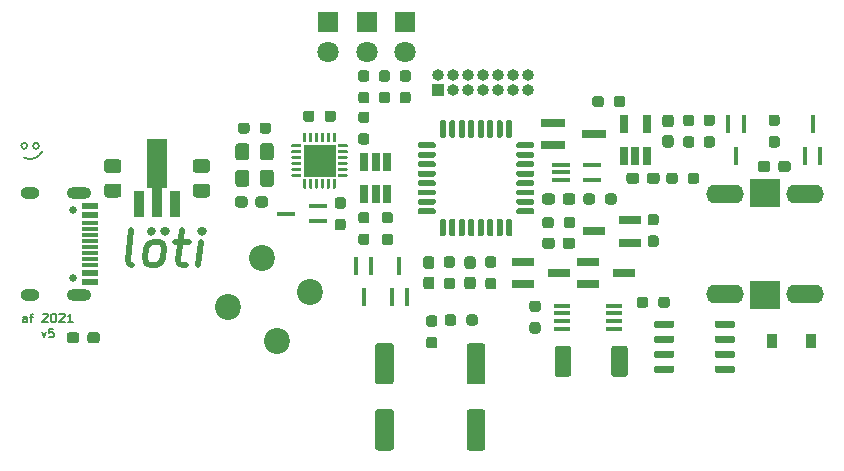
<source format=gts>
G04 #@! TF.GenerationSoftware,KiCad,Pcbnew,(5.1.9)-1*
G04 #@! TF.CreationDate,2021-04-20T09:49:11+02:00*
G04 #@! TF.ProjectId,loeti,6c6f6574-692e-46b6-9963-61645f706362,rev?*
G04 #@! TF.SameCoordinates,Original*
G04 #@! TF.FileFunction,Soldermask,Top*
G04 #@! TF.FilePolarity,Negative*
%FSLAX46Y46*%
G04 Gerber Fmt 4.6, Leading zero omitted, Abs format (unit mm)*
G04 Created by KiCad (PCBNEW (5.1.9)-1) date 2021-04-20 09:49:11*
%MOMM*%
%LPD*%
G01*
G04 APERTURE LIST*
%ADD10C,0.150000*%
%ADD11C,0.500000*%
%ADD12R,1.450000X0.600000*%
%ADD13R,1.450000X0.300000*%
%ADD14O,2.100000X1.000000*%
%ADD15C,0.650000*%
%ADD16O,1.600000X1.000000*%
%ADD17R,2.000000X0.650000*%
%ADD18R,0.450000X1.500000*%
%ADD19C,2.200000*%
%ADD20R,1.900000X0.800000*%
%ADD21O,3.200000X1.600000*%
%ADD22R,2.500000X2.430000*%
%ADD23R,0.650000X1.560000*%
%ADD24C,0.100000*%
%ADD25R,0.900000X2.300000*%
%ADD26R,1.500000X0.450000*%
%ADD27C,1.800000*%
%ADD28R,1.800000X1.800000*%
%ADD29R,1.500000X0.400000*%
%ADD30R,1.450000X0.450000*%
%ADD31R,2.700000X2.700000*%
%ADD32R,1.000000X1.000000*%
%ADD33O,1.000000X1.000000*%
%ADD34R,0.900000X1.200000*%
G04 APERTURE END LIST*
D10*
X56249998Y36500000D02*
G75*
G02*
X54750000Y36000000I-999999J499999D01*
G01*
X56000000Y37000000D02*
G75*
G03*
X56000000Y37000000I-250000J0D01*
G01*
X55000000Y37000000D02*
G75*
G03*
X55000000Y37000000I-250000J0D01*
G01*
D11*
X63874553Y26892857D02*
X63606696Y27035714D01*
X63499553Y27321428D01*
X63820982Y29892857D01*
X65445982Y26892857D02*
X65178125Y27035714D01*
X65053125Y27178571D01*
X64945982Y27464285D01*
X65053125Y28321428D01*
X65231696Y28607142D01*
X65392410Y28750000D01*
X65695982Y28892857D01*
X66124553Y28892857D01*
X66392410Y28750000D01*
X66517410Y28607142D01*
X66624553Y28321428D01*
X66517410Y27464285D01*
X66338839Y27178571D01*
X66178125Y27035714D01*
X65874553Y26892857D01*
X65445982Y26892857D01*
X65535267Y29892857D02*
X65660267Y29750000D01*
X65499553Y29607142D01*
X65374553Y29750000D01*
X65535267Y29892857D01*
X65499553Y29607142D01*
X66678125Y29892857D02*
X66803125Y29750000D01*
X66642410Y29607142D01*
X66517410Y29750000D01*
X66678125Y29892857D01*
X66642410Y29607142D01*
X67553125Y28892857D02*
X68695982Y28892857D01*
X68106696Y29892857D02*
X67785267Y27321428D01*
X67892410Y27035714D01*
X68160267Y26892857D01*
X68445982Y26892857D01*
X69445982Y26892857D02*
X69695982Y28892857D01*
X69820982Y29892857D02*
X69660267Y29750000D01*
X69785267Y29607142D01*
X69945982Y29750000D01*
X69820982Y29892857D01*
X69785267Y29607142D01*
D10*
X54982142Y22048214D02*
X54982142Y22441071D01*
X54946428Y22512500D01*
X54875000Y22548214D01*
X54732142Y22548214D01*
X54660714Y22512500D01*
X54982142Y22083928D02*
X54910714Y22048214D01*
X54732142Y22048214D01*
X54660714Y22083928D01*
X54625000Y22155357D01*
X54625000Y22226785D01*
X54660714Y22298214D01*
X54732142Y22333928D01*
X54910714Y22333928D01*
X54982142Y22369642D01*
X55232142Y22548214D02*
X55517857Y22548214D01*
X55339285Y22048214D02*
X55339285Y22691071D01*
X55375000Y22762500D01*
X55446428Y22798214D01*
X55517857Y22798214D01*
X56303571Y22726785D02*
X56339285Y22762500D01*
X56410714Y22798214D01*
X56589285Y22798214D01*
X56660714Y22762500D01*
X56696428Y22726785D01*
X56732142Y22655357D01*
X56732142Y22583928D01*
X56696428Y22476785D01*
X56267857Y22048214D01*
X56732142Y22048214D01*
X57196428Y22798214D02*
X57267857Y22798214D01*
X57339285Y22762500D01*
X57375000Y22726785D01*
X57410714Y22655357D01*
X57446428Y22512500D01*
X57446428Y22333928D01*
X57410714Y22191071D01*
X57375000Y22119642D01*
X57339285Y22083928D01*
X57267857Y22048214D01*
X57196428Y22048214D01*
X57125000Y22083928D01*
X57089285Y22119642D01*
X57053571Y22191071D01*
X57017857Y22333928D01*
X57017857Y22512500D01*
X57053571Y22655357D01*
X57089285Y22726785D01*
X57125000Y22762500D01*
X57196428Y22798214D01*
X57732142Y22726785D02*
X57767857Y22762500D01*
X57839285Y22798214D01*
X58017857Y22798214D01*
X58089285Y22762500D01*
X58125000Y22726785D01*
X58160714Y22655357D01*
X58160714Y22583928D01*
X58125000Y22476785D01*
X57696428Y22048214D01*
X58160714Y22048214D01*
X58875000Y22048214D02*
X58446428Y22048214D01*
X58660714Y22048214D02*
X58660714Y22798214D01*
X58589285Y22691071D01*
X58517857Y22619642D01*
X58446428Y22583928D01*
X56214285Y21273214D02*
X56392857Y20773214D01*
X56571428Y21273214D01*
X57214285Y21523214D02*
X56857142Y21523214D01*
X56821428Y21166071D01*
X56857142Y21201785D01*
X56928571Y21237500D01*
X57107142Y21237500D01*
X57178571Y21201785D01*
X57214285Y21166071D01*
X57250000Y21094642D01*
X57250000Y20916071D01*
X57214285Y20844642D01*
X57178571Y20808928D01*
X57107142Y20773214D01*
X56928571Y20773214D01*
X56857142Y20808928D01*
X56821428Y20844642D01*
D12*
X60295000Y25430000D03*
X60295000Y26230000D03*
X60295000Y31130000D03*
X60295000Y31930000D03*
X60295000Y31930000D03*
X60295000Y31130000D03*
X60295000Y26230000D03*
X60295000Y25430000D03*
D13*
X60295000Y30430000D03*
X60295000Y29930000D03*
X60295000Y29430000D03*
X60295000Y28430000D03*
X60295000Y27930000D03*
X60295000Y27430000D03*
X60295000Y26930000D03*
X60295000Y28930000D03*
D14*
X59380000Y24360000D03*
X59380000Y33000000D03*
D15*
X58850000Y31570000D03*
D16*
X55200000Y33000000D03*
D15*
X58850000Y25790000D03*
D16*
X55200000Y24360000D03*
D17*
X102960000Y38000000D03*
X99540000Y37050000D03*
X99540000Y38950000D03*
G36*
G01*
X91325000Y22487500D02*
X91325000Y22012500D01*
G75*
G02*
X91087500Y21775000I-237500J0D01*
G01*
X90587500Y21775000D01*
G75*
G02*
X90350000Y22012500I0J237500D01*
G01*
X90350000Y22487500D01*
G75*
G02*
X90587500Y22725000I237500J0D01*
G01*
X91087500Y22725000D01*
G75*
G02*
X91325000Y22487500I0J-237500D01*
G01*
G37*
G36*
G01*
X93150000Y22487500D02*
X93150000Y22012500D01*
G75*
G02*
X92912500Y21775000I-237500J0D01*
G01*
X92412500Y21775000D01*
G75*
G02*
X92175000Y22012500I0J237500D01*
G01*
X92175000Y22487500D01*
G75*
G02*
X92412500Y22725000I237500J0D01*
G01*
X92912500Y22725000D01*
G75*
G02*
X93150000Y22487500I0J-237500D01*
G01*
G37*
G36*
G01*
X89012500Y20825000D02*
X89487500Y20825000D01*
G75*
G02*
X89725000Y20587500I0J-237500D01*
G01*
X89725000Y20087500D01*
G75*
G02*
X89487500Y19850000I-237500J0D01*
G01*
X89012500Y19850000D01*
G75*
G02*
X88775000Y20087500I0J237500D01*
G01*
X88775000Y20587500D01*
G75*
G02*
X89012500Y20825000I237500J0D01*
G01*
G37*
G36*
G01*
X89012500Y22650000D02*
X89487500Y22650000D01*
G75*
G02*
X89725000Y22412500I0J-237500D01*
G01*
X89725000Y21912500D01*
G75*
G02*
X89487500Y21675000I-237500J0D01*
G01*
X89012500Y21675000D01*
G75*
G02*
X88775000Y21912500I0J237500D01*
G01*
X88775000Y22412500D01*
G75*
G02*
X89012500Y22650000I237500J0D01*
G01*
G37*
D18*
X83500000Y24170000D03*
X82850000Y26830000D03*
X84150000Y26830000D03*
X86500000Y26830000D03*
X87150000Y24170000D03*
X85850000Y24170000D03*
D19*
X76113939Y20518179D03*
X72018179Y23386061D03*
X78981821Y24613939D03*
X74886061Y27481821D03*
D20*
X105500000Y26250000D03*
X102500000Y25300000D03*
X102500000Y27200000D03*
D21*
X120870000Y32905000D03*
X114070000Y24455000D03*
X120870000Y24455000D03*
X114070000Y32905000D03*
D22*
X117470000Y32965000D03*
X117470000Y24395000D03*
D20*
X100000000Y26250000D03*
X97000000Y25300000D03*
X97000000Y27200000D03*
X103000000Y29750000D03*
X106000000Y30700000D03*
X106000000Y28800000D03*
D23*
X84500000Y35600000D03*
X83550000Y35600000D03*
X85450000Y35600000D03*
X85450000Y32900000D03*
X84500000Y32900000D03*
X83550000Y32900000D03*
D24*
G36*
X66866500Y37550000D02*
G01*
X66866500Y33425000D01*
X66450000Y33425000D01*
X66450000Y30950000D01*
X65550000Y30950000D01*
X65550000Y33425000D01*
X65133500Y33425000D01*
X65133500Y37550000D01*
X66866500Y37550000D01*
G37*
D25*
X67500000Y32100000D03*
X64500000Y32100000D03*
D18*
X121500000Y38830000D03*
X122150000Y36170000D03*
X120850000Y36170000D03*
X115000000Y36170000D03*
X114350000Y38830000D03*
X115650000Y38830000D03*
D26*
X76920000Y31250000D03*
X79580000Y31900000D03*
X79580000Y30600000D03*
G36*
G01*
X100425000Y30262500D02*
X100425000Y30737500D01*
G75*
G02*
X100662500Y30975000I237500J0D01*
G01*
X101162500Y30975000D01*
G75*
G02*
X101400000Y30737500I0J-237500D01*
G01*
X101400000Y30262500D01*
G75*
G02*
X101162500Y30025000I-237500J0D01*
G01*
X100662500Y30025000D01*
G75*
G02*
X100425000Y30262500I0J237500D01*
G01*
G37*
G36*
G01*
X98600000Y30262500D02*
X98600000Y30737500D01*
G75*
G02*
X98837500Y30975000I237500J0D01*
G01*
X99337500Y30975000D01*
G75*
G02*
X99575000Y30737500I0J-237500D01*
G01*
X99575000Y30262500D01*
G75*
G02*
X99337500Y30025000I-237500J0D01*
G01*
X98837500Y30025000D01*
G75*
G02*
X98600000Y30262500I0J237500D01*
G01*
G37*
G36*
G01*
X100325000Y28512500D02*
X100325000Y28987500D01*
G75*
G02*
X100562500Y29225000I237500J0D01*
G01*
X101162500Y29225000D01*
G75*
G02*
X101400000Y28987500I0J-237500D01*
G01*
X101400000Y28512500D01*
G75*
G02*
X101162500Y28275000I-237500J0D01*
G01*
X100562500Y28275000D01*
G75*
G02*
X100325000Y28512500I0J237500D01*
G01*
G37*
G36*
G01*
X98600000Y28512500D02*
X98600000Y28987500D01*
G75*
G02*
X98837500Y29225000I237500J0D01*
G01*
X99437500Y29225000D01*
G75*
G02*
X99675000Y28987500I0J-237500D01*
G01*
X99675000Y28512500D01*
G75*
G02*
X99437500Y28275000I-237500J0D01*
G01*
X98837500Y28275000D01*
G75*
G02*
X98600000Y28512500I0J237500D01*
G01*
G37*
D27*
X80500000Y44960000D03*
D28*
X80500000Y47500000D03*
D27*
X83750000Y44960000D03*
D28*
X83750000Y47500000D03*
D27*
X87000000Y44960000D03*
D28*
X87000000Y47500000D03*
G36*
G01*
X90325000Y29325000D02*
X90075000Y29325000D01*
G75*
G02*
X89950000Y29450000I0J125000D01*
G01*
X89950000Y30700000D01*
G75*
G02*
X90075000Y30825000I125000J0D01*
G01*
X90325000Y30825000D01*
G75*
G02*
X90450000Y30700000I0J-125000D01*
G01*
X90450000Y29450000D01*
G75*
G02*
X90325000Y29325000I-125000J0D01*
G01*
G37*
G36*
G01*
X91125000Y29325000D02*
X90875000Y29325000D01*
G75*
G02*
X90750000Y29450000I0J125000D01*
G01*
X90750000Y30700000D01*
G75*
G02*
X90875000Y30825000I125000J0D01*
G01*
X91125000Y30825000D01*
G75*
G02*
X91250000Y30700000I0J-125000D01*
G01*
X91250000Y29450000D01*
G75*
G02*
X91125000Y29325000I-125000J0D01*
G01*
G37*
G36*
G01*
X91925000Y29325000D02*
X91675000Y29325000D01*
G75*
G02*
X91550000Y29450000I0J125000D01*
G01*
X91550000Y30700000D01*
G75*
G02*
X91675000Y30825000I125000J0D01*
G01*
X91925000Y30825000D01*
G75*
G02*
X92050000Y30700000I0J-125000D01*
G01*
X92050000Y29450000D01*
G75*
G02*
X91925000Y29325000I-125000J0D01*
G01*
G37*
G36*
G01*
X92725000Y29325000D02*
X92475000Y29325000D01*
G75*
G02*
X92350000Y29450000I0J125000D01*
G01*
X92350000Y30700000D01*
G75*
G02*
X92475000Y30825000I125000J0D01*
G01*
X92725000Y30825000D01*
G75*
G02*
X92850000Y30700000I0J-125000D01*
G01*
X92850000Y29450000D01*
G75*
G02*
X92725000Y29325000I-125000J0D01*
G01*
G37*
G36*
G01*
X93525000Y29325000D02*
X93275000Y29325000D01*
G75*
G02*
X93150000Y29450000I0J125000D01*
G01*
X93150000Y30700000D01*
G75*
G02*
X93275000Y30825000I125000J0D01*
G01*
X93525000Y30825000D01*
G75*
G02*
X93650000Y30700000I0J-125000D01*
G01*
X93650000Y29450000D01*
G75*
G02*
X93525000Y29325000I-125000J0D01*
G01*
G37*
G36*
G01*
X94325000Y29325000D02*
X94075000Y29325000D01*
G75*
G02*
X93950000Y29450000I0J125000D01*
G01*
X93950000Y30700000D01*
G75*
G02*
X94075000Y30825000I125000J0D01*
G01*
X94325000Y30825000D01*
G75*
G02*
X94450000Y30700000I0J-125000D01*
G01*
X94450000Y29450000D01*
G75*
G02*
X94325000Y29325000I-125000J0D01*
G01*
G37*
G36*
G01*
X95125000Y29325000D02*
X94875000Y29325000D01*
G75*
G02*
X94750000Y29450000I0J125000D01*
G01*
X94750000Y30700000D01*
G75*
G02*
X94875000Y30825000I125000J0D01*
G01*
X95125000Y30825000D01*
G75*
G02*
X95250000Y30700000I0J-125000D01*
G01*
X95250000Y29450000D01*
G75*
G02*
X95125000Y29325000I-125000J0D01*
G01*
G37*
G36*
G01*
X95925000Y29325000D02*
X95675000Y29325000D01*
G75*
G02*
X95550000Y29450000I0J125000D01*
G01*
X95550000Y30700000D01*
G75*
G02*
X95675000Y30825000I125000J0D01*
G01*
X95925000Y30825000D01*
G75*
G02*
X96050000Y30700000I0J-125000D01*
G01*
X96050000Y29450000D01*
G75*
G02*
X95925000Y29325000I-125000J0D01*
G01*
G37*
G36*
G01*
X97800000Y31200000D02*
X96550000Y31200000D01*
G75*
G02*
X96425000Y31325000I0J125000D01*
G01*
X96425000Y31575000D01*
G75*
G02*
X96550000Y31700000I125000J0D01*
G01*
X97800000Y31700000D01*
G75*
G02*
X97925000Y31575000I0J-125000D01*
G01*
X97925000Y31325000D01*
G75*
G02*
X97800000Y31200000I-125000J0D01*
G01*
G37*
G36*
G01*
X97800000Y32000000D02*
X96550000Y32000000D01*
G75*
G02*
X96425000Y32125000I0J125000D01*
G01*
X96425000Y32375000D01*
G75*
G02*
X96550000Y32500000I125000J0D01*
G01*
X97800000Y32500000D01*
G75*
G02*
X97925000Y32375000I0J-125000D01*
G01*
X97925000Y32125000D01*
G75*
G02*
X97800000Y32000000I-125000J0D01*
G01*
G37*
G36*
G01*
X97800000Y32800000D02*
X96550000Y32800000D01*
G75*
G02*
X96425000Y32925000I0J125000D01*
G01*
X96425000Y33175000D01*
G75*
G02*
X96550000Y33300000I125000J0D01*
G01*
X97800000Y33300000D01*
G75*
G02*
X97925000Y33175000I0J-125000D01*
G01*
X97925000Y32925000D01*
G75*
G02*
X97800000Y32800000I-125000J0D01*
G01*
G37*
G36*
G01*
X97800000Y33600000D02*
X96550000Y33600000D01*
G75*
G02*
X96425000Y33725000I0J125000D01*
G01*
X96425000Y33975000D01*
G75*
G02*
X96550000Y34100000I125000J0D01*
G01*
X97800000Y34100000D01*
G75*
G02*
X97925000Y33975000I0J-125000D01*
G01*
X97925000Y33725000D01*
G75*
G02*
X97800000Y33600000I-125000J0D01*
G01*
G37*
G36*
G01*
X97800000Y34400000D02*
X96550000Y34400000D01*
G75*
G02*
X96425000Y34525000I0J125000D01*
G01*
X96425000Y34775000D01*
G75*
G02*
X96550000Y34900000I125000J0D01*
G01*
X97800000Y34900000D01*
G75*
G02*
X97925000Y34775000I0J-125000D01*
G01*
X97925000Y34525000D01*
G75*
G02*
X97800000Y34400000I-125000J0D01*
G01*
G37*
G36*
G01*
X97800000Y35200000D02*
X96550000Y35200000D01*
G75*
G02*
X96425000Y35325000I0J125000D01*
G01*
X96425000Y35575000D01*
G75*
G02*
X96550000Y35700000I125000J0D01*
G01*
X97800000Y35700000D01*
G75*
G02*
X97925000Y35575000I0J-125000D01*
G01*
X97925000Y35325000D01*
G75*
G02*
X97800000Y35200000I-125000J0D01*
G01*
G37*
G36*
G01*
X97800000Y36000000D02*
X96550000Y36000000D01*
G75*
G02*
X96425000Y36125000I0J125000D01*
G01*
X96425000Y36375000D01*
G75*
G02*
X96550000Y36500000I125000J0D01*
G01*
X97800000Y36500000D01*
G75*
G02*
X97925000Y36375000I0J-125000D01*
G01*
X97925000Y36125000D01*
G75*
G02*
X97800000Y36000000I-125000J0D01*
G01*
G37*
G36*
G01*
X97800000Y36800000D02*
X96550000Y36800000D01*
G75*
G02*
X96425000Y36925000I0J125000D01*
G01*
X96425000Y37175000D01*
G75*
G02*
X96550000Y37300000I125000J0D01*
G01*
X97800000Y37300000D01*
G75*
G02*
X97925000Y37175000I0J-125000D01*
G01*
X97925000Y36925000D01*
G75*
G02*
X97800000Y36800000I-125000J0D01*
G01*
G37*
G36*
G01*
X95925000Y37675000D02*
X95675000Y37675000D01*
G75*
G02*
X95550000Y37800000I0J125000D01*
G01*
X95550000Y39050000D01*
G75*
G02*
X95675000Y39175000I125000J0D01*
G01*
X95925000Y39175000D01*
G75*
G02*
X96050000Y39050000I0J-125000D01*
G01*
X96050000Y37800000D01*
G75*
G02*
X95925000Y37675000I-125000J0D01*
G01*
G37*
G36*
G01*
X95125000Y37675000D02*
X94875000Y37675000D01*
G75*
G02*
X94750000Y37800000I0J125000D01*
G01*
X94750000Y39050000D01*
G75*
G02*
X94875000Y39175000I125000J0D01*
G01*
X95125000Y39175000D01*
G75*
G02*
X95250000Y39050000I0J-125000D01*
G01*
X95250000Y37800000D01*
G75*
G02*
X95125000Y37675000I-125000J0D01*
G01*
G37*
G36*
G01*
X94325000Y37675000D02*
X94075000Y37675000D01*
G75*
G02*
X93950000Y37800000I0J125000D01*
G01*
X93950000Y39050000D01*
G75*
G02*
X94075000Y39175000I125000J0D01*
G01*
X94325000Y39175000D01*
G75*
G02*
X94450000Y39050000I0J-125000D01*
G01*
X94450000Y37800000D01*
G75*
G02*
X94325000Y37675000I-125000J0D01*
G01*
G37*
G36*
G01*
X93525000Y37675000D02*
X93275000Y37675000D01*
G75*
G02*
X93150000Y37800000I0J125000D01*
G01*
X93150000Y39050000D01*
G75*
G02*
X93275000Y39175000I125000J0D01*
G01*
X93525000Y39175000D01*
G75*
G02*
X93650000Y39050000I0J-125000D01*
G01*
X93650000Y37800000D01*
G75*
G02*
X93525000Y37675000I-125000J0D01*
G01*
G37*
G36*
G01*
X92725000Y37675000D02*
X92475000Y37675000D01*
G75*
G02*
X92350000Y37800000I0J125000D01*
G01*
X92350000Y39050000D01*
G75*
G02*
X92475000Y39175000I125000J0D01*
G01*
X92725000Y39175000D01*
G75*
G02*
X92850000Y39050000I0J-125000D01*
G01*
X92850000Y37800000D01*
G75*
G02*
X92725000Y37675000I-125000J0D01*
G01*
G37*
G36*
G01*
X91925000Y37675000D02*
X91675000Y37675000D01*
G75*
G02*
X91550000Y37800000I0J125000D01*
G01*
X91550000Y39050000D01*
G75*
G02*
X91675000Y39175000I125000J0D01*
G01*
X91925000Y39175000D01*
G75*
G02*
X92050000Y39050000I0J-125000D01*
G01*
X92050000Y37800000D01*
G75*
G02*
X91925000Y37675000I-125000J0D01*
G01*
G37*
G36*
G01*
X91125000Y37675000D02*
X90875000Y37675000D01*
G75*
G02*
X90750000Y37800000I0J125000D01*
G01*
X90750000Y39050000D01*
G75*
G02*
X90875000Y39175000I125000J0D01*
G01*
X91125000Y39175000D01*
G75*
G02*
X91250000Y39050000I0J-125000D01*
G01*
X91250000Y37800000D01*
G75*
G02*
X91125000Y37675000I-125000J0D01*
G01*
G37*
G36*
G01*
X90325000Y37675000D02*
X90075000Y37675000D01*
G75*
G02*
X89950000Y37800000I0J125000D01*
G01*
X89950000Y39050000D01*
G75*
G02*
X90075000Y39175000I125000J0D01*
G01*
X90325000Y39175000D01*
G75*
G02*
X90450000Y39050000I0J-125000D01*
G01*
X90450000Y37800000D01*
G75*
G02*
X90325000Y37675000I-125000J0D01*
G01*
G37*
G36*
G01*
X89450000Y36800000D02*
X88200000Y36800000D01*
G75*
G02*
X88075000Y36925000I0J125000D01*
G01*
X88075000Y37175000D01*
G75*
G02*
X88200000Y37300000I125000J0D01*
G01*
X89450000Y37300000D01*
G75*
G02*
X89575000Y37175000I0J-125000D01*
G01*
X89575000Y36925000D01*
G75*
G02*
X89450000Y36800000I-125000J0D01*
G01*
G37*
G36*
G01*
X89450000Y36000000D02*
X88200000Y36000000D01*
G75*
G02*
X88075000Y36125000I0J125000D01*
G01*
X88075000Y36375000D01*
G75*
G02*
X88200000Y36500000I125000J0D01*
G01*
X89450000Y36500000D01*
G75*
G02*
X89575000Y36375000I0J-125000D01*
G01*
X89575000Y36125000D01*
G75*
G02*
X89450000Y36000000I-125000J0D01*
G01*
G37*
G36*
G01*
X89450000Y35200000D02*
X88200000Y35200000D01*
G75*
G02*
X88075000Y35325000I0J125000D01*
G01*
X88075000Y35575000D01*
G75*
G02*
X88200000Y35700000I125000J0D01*
G01*
X89450000Y35700000D01*
G75*
G02*
X89575000Y35575000I0J-125000D01*
G01*
X89575000Y35325000D01*
G75*
G02*
X89450000Y35200000I-125000J0D01*
G01*
G37*
G36*
G01*
X89450000Y34400000D02*
X88200000Y34400000D01*
G75*
G02*
X88075000Y34525000I0J125000D01*
G01*
X88075000Y34775000D01*
G75*
G02*
X88200000Y34900000I125000J0D01*
G01*
X89450000Y34900000D01*
G75*
G02*
X89575000Y34775000I0J-125000D01*
G01*
X89575000Y34525000D01*
G75*
G02*
X89450000Y34400000I-125000J0D01*
G01*
G37*
G36*
G01*
X89450000Y33600000D02*
X88200000Y33600000D01*
G75*
G02*
X88075000Y33725000I0J125000D01*
G01*
X88075000Y33975000D01*
G75*
G02*
X88200000Y34100000I125000J0D01*
G01*
X89450000Y34100000D01*
G75*
G02*
X89575000Y33975000I0J-125000D01*
G01*
X89575000Y33725000D01*
G75*
G02*
X89450000Y33600000I-125000J0D01*
G01*
G37*
G36*
G01*
X89450000Y32800000D02*
X88200000Y32800000D01*
G75*
G02*
X88075000Y32925000I0J125000D01*
G01*
X88075000Y33175000D01*
G75*
G02*
X88200000Y33300000I125000J0D01*
G01*
X89450000Y33300000D01*
G75*
G02*
X89575000Y33175000I0J-125000D01*
G01*
X89575000Y32925000D01*
G75*
G02*
X89450000Y32800000I-125000J0D01*
G01*
G37*
G36*
G01*
X89450000Y32000000D02*
X88200000Y32000000D01*
G75*
G02*
X88075000Y32125000I0J125000D01*
G01*
X88075000Y32375000D01*
G75*
G02*
X88200000Y32500000I125000J0D01*
G01*
X89450000Y32500000D01*
G75*
G02*
X89575000Y32375000I0J-125000D01*
G01*
X89575000Y32125000D01*
G75*
G02*
X89450000Y32000000I-125000J0D01*
G01*
G37*
G36*
G01*
X89450000Y31200000D02*
X88200000Y31200000D01*
G75*
G02*
X88075000Y31325000I0J125000D01*
G01*
X88075000Y31575000D01*
G75*
G02*
X88200000Y31700000I125000J0D01*
G01*
X89450000Y31700000D01*
G75*
G02*
X89575000Y31575000I0J-125000D01*
G01*
X89575000Y31325000D01*
G75*
G02*
X89450000Y31200000I-125000J0D01*
G01*
G37*
D29*
X102830000Y35400000D03*
X102830000Y34100000D03*
X100170000Y34100000D03*
X100170000Y34750000D03*
X100170000Y35400000D03*
D30*
X104700000Y23475000D03*
X104700000Y22825000D03*
X104700000Y22175000D03*
X104700000Y21525000D03*
X100300000Y21525000D03*
X100300000Y22175000D03*
X100300000Y22825000D03*
X100300000Y23475000D03*
G36*
G01*
X108425000Y23512500D02*
X108425000Y23987500D01*
G75*
G02*
X108662500Y24225000I237500J0D01*
G01*
X109162500Y24225000D01*
G75*
G02*
X109400000Y23987500I0J-237500D01*
G01*
X109400000Y23512500D01*
G75*
G02*
X109162500Y23275000I-237500J0D01*
G01*
X108662500Y23275000D01*
G75*
G02*
X108425000Y23512500I0J237500D01*
G01*
G37*
G36*
G01*
X106600000Y23512500D02*
X106600000Y23987500D01*
G75*
G02*
X106837500Y24225000I237500J0D01*
G01*
X107337500Y24225000D01*
G75*
G02*
X107575000Y23987500I0J-237500D01*
G01*
X107575000Y23512500D01*
G75*
G02*
X107337500Y23275000I-237500J0D01*
G01*
X106837500Y23275000D01*
G75*
G02*
X106600000Y23512500I0J237500D01*
G01*
G37*
G36*
G01*
X98237500Y22925000D02*
X97762500Y22925000D01*
G75*
G02*
X97525000Y23162500I0J237500D01*
G01*
X97525000Y23662500D01*
G75*
G02*
X97762500Y23900000I237500J0D01*
G01*
X98237500Y23900000D01*
G75*
G02*
X98475000Y23662500I0J-237500D01*
G01*
X98475000Y23162500D01*
G75*
G02*
X98237500Y22925000I-237500J0D01*
G01*
G37*
G36*
G01*
X98237500Y21100000D02*
X97762500Y21100000D01*
G75*
G02*
X97525000Y21337500I0J237500D01*
G01*
X97525000Y21837500D01*
G75*
G02*
X97762500Y22075000I237500J0D01*
G01*
X98237500Y22075000D01*
G75*
G02*
X98475000Y21837500I0J-237500D01*
G01*
X98475000Y21337500D01*
G75*
G02*
X98237500Y21100000I-237500J0D01*
G01*
G37*
G36*
G01*
X108237500Y30262500D02*
X107762500Y30262500D01*
G75*
G02*
X107525000Y30500000I0J237500D01*
G01*
X107525000Y31000000D01*
G75*
G02*
X107762500Y31237500I237500J0D01*
G01*
X108237500Y31237500D01*
G75*
G02*
X108475000Y31000000I0J-237500D01*
G01*
X108475000Y30500000D01*
G75*
G02*
X108237500Y30262500I-237500J0D01*
G01*
G37*
G36*
G01*
X108237500Y28437500D02*
X107762500Y28437500D01*
G75*
G02*
X107525000Y28675000I0J237500D01*
G01*
X107525000Y29175000D01*
G75*
G02*
X107762500Y29412500I237500J0D01*
G01*
X108237500Y29412500D01*
G75*
G02*
X108475000Y29175000I0J-237500D01*
G01*
X108475000Y28675000D01*
G75*
G02*
X108237500Y28437500I-237500J0D01*
G01*
G37*
G36*
G01*
X112512500Y37825000D02*
X112987500Y37825000D01*
G75*
G02*
X113225000Y37587500I0J-237500D01*
G01*
X113225000Y37087500D01*
G75*
G02*
X112987500Y36850000I-237500J0D01*
G01*
X112512500Y36850000D01*
G75*
G02*
X112275000Y37087500I0J237500D01*
G01*
X112275000Y37587500D01*
G75*
G02*
X112512500Y37825000I237500J0D01*
G01*
G37*
G36*
G01*
X112512500Y39650000D02*
X112987500Y39650000D01*
G75*
G02*
X113225000Y39412500I0J-237500D01*
G01*
X113225000Y38912500D01*
G75*
G02*
X112987500Y38675000I-237500J0D01*
G01*
X112512500Y38675000D01*
G75*
G02*
X112275000Y38912500I0J237500D01*
G01*
X112275000Y39412500D01*
G75*
G02*
X112512500Y39650000I237500J0D01*
G01*
G37*
G36*
G01*
X104675000Y40512500D02*
X104675000Y40987500D01*
G75*
G02*
X104912500Y41225000I237500J0D01*
G01*
X105412500Y41225000D01*
G75*
G02*
X105650000Y40987500I0J-237500D01*
G01*
X105650000Y40512500D01*
G75*
G02*
X105412500Y40275000I-237500J0D01*
G01*
X104912500Y40275000D01*
G75*
G02*
X104675000Y40512500I0J237500D01*
G01*
G37*
G36*
G01*
X102850000Y40512500D02*
X102850000Y40987500D01*
G75*
G02*
X103087500Y41225000I237500J0D01*
G01*
X103587500Y41225000D01*
G75*
G02*
X103825000Y40987500I0J-237500D01*
G01*
X103825000Y40512500D01*
G75*
G02*
X103587500Y40275000I-237500J0D01*
G01*
X103087500Y40275000D01*
G75*
G02*
X102850000Y40512500I0J237500D01*
G01*
G37*
G36*
G01*
X118487500Y38675000D02*
X118012500Y38675000D01*
G75*
G02*
X117775000Y38912500I0J237500D01*
G01*
X117775000Y39412500D01*
G75*
G02*
X118012500Y39650000I237500J0D01*
G01*
X118487500Y39650000D01*
G75*
G02*
X118725000Y39412500I0J-237500D01*
G01*
X118725000Y38912500D01*
G75*
G02*
X118487500Y38675000I-237500J0D01*
G01*
G37*
G36*
G01*
X118487500Y36850000D02*
X118012500Y36850000D01*
G75*
G02*
X117775000Y37087500I0J237500D01*
G01*
X117775000Y37587500D01*
G75*
G02*
X118012500Y37825000I237500J0D01*
G01*
X118487500Y37825000D01*
G75*
G02*
X118725000Y37587500I0J-237500D01*
G01*
X118725000Y37087500D01*
G75*
G02*
X118487500Y36850000I-237500J0D01*
G01*
G37*
G36*
G01*
X110925000Y34012500D02*
X110925000Y34487500D01*
G75*
G02*
X111162500Y34725000I237500J0D01*
G01*
X111662500Y34725000D01*
G75*
G02*
X111900000Y34487500I0J-237500D01*
G01*
X111900000Y34012500D01*
G75*
G02*
X111662500Y33775000I-237500J0D01*
G01*
X111162500Y33775000D01*
G75*
G02*
X110925000Y34012500I0J237500D01*
G01*
G37*
G36*
G01*
X109100000Y34012500D02*
X109100000Y34487500D01*
G75*
G02*
X109337500Y34725000I237500J0D01*
G01*
X109837500Y34725000D01*
G75*
G02*
X110075000Y34487500I0J-237500D01*
G01*
X110075000Y34012500D01*
G75*
G02*
X109837500Y33775000I-237500J0D01*
G01*
X109337500Y33775000D01*
G75*
G02*
X109100000Y34012500I0J237500D01*
G01*
G37*
G36*
G01*
X83262500Y41575000D02*
X83737500Y41575000D01*
G75*
G02*
X83975000Y41337500I0J-237500D01*
G01*
X83975000Y40837500D01*
G75*
G02*
X83737500Y40600000I-237500J0D01*
G01*
X83262500Y40600000D01*
G75*
G02*
X83025000Y40837500I0J237500D01*
G01*
X83025000Y41337500D01*
G75*
G02*
X83262500Y41575000I237500J0D01*
G01*
G37*
G36*
G01*
X83262500Y43400000D02*
X83737500Y43400000D01*
G75*
G02*
X83975000Y43162500I0J-237500D01*
G01*
X83975000Y42662500D01*
G75*
G02*
X83737500Y42425000I-237500J0D01*
G01*
X83262500Y42425000D01*
G75*
G02*
X83025000Y42662500I0J237500D01*
G01*
X83025000Y43162500D01*
G75*
G02*
X83262500Y43400000I237500J0D01*
G01*
G37*
G36*
G01*
X85012500Y41575000D02*
X85487500Y41575000D01*
G75*
G02*
X85725000Y41337500I0J-237500D01*
G01*
X85725000Y40837500D01*
G75*
G02*
X85487500Y40600000I-237500J0D01*
G01*
X85012500Y40600000D01*
G75*
G02*
X84775000Y40837500I0J237500D01*
G01*
X84775000Y41337500D01*
G75*
G02*
X85012500Y41575000I237500J0D01*
G01*
G37*
G36*
G01*
X85012500Y43400000D02*
X85487500Y43400000D01*
G75*
G02*
X85725000Y43162500I0J-237500D01*
G01*
X85725000Y42662500D01*
G75*
G02*
X85487500Y42425000I-237500J0D01*
G01*
X85012500Y42425000D01*
G75*
G02*
X84775000Y42662500I0J237500D01*
G01*
X84775000Y43162500D01*
G75*
G02*
X85012500Y43400000I237500J0D01*
G01*
G37*
G36*
G01*
X86762500Y43400000D02*
X87237500Y43400000D01*
G75*
G02*
X87475000Y43162500I0J-237500D01*
G01*
X87475000Y42662500D01*
G75*
G02*
X87237500Y42425000I-237500J0D01*
G01*
X86762500Y42425000D01*
G75*
G02*
X86525000Y42662500I0J237500D01*
G01*
X86525000Y43162500D01*
G75*
G02*
X86762500Y43400000I237500J0D01*
G01*
G37*
G36*
G01*
X86762500Y41575000D02*
X87237500Y41575000D01*
G75*
G02*
X87475000Y41337500I0J-237500D01*
G01*
X87475000Y40837500D01*
G75*
G02*
X87237500Y40600000I-237500J0D01*
G01*
X86762500Y40600000D01*
G75*
G02*
X86525000Y40837500I0J237500D01*
G01*
X86525000Y41337500D01*
G75*
G02*
X86762500Y41575000I237500J0D01*
G01*
G37*
G36*
G01*
X106812500Y34487500D02*
X106812500Y34012500D01*
G75*
G02*
X106575000Y33775000I-237500J0D01*
G01*
X105975000Y33775000D01*
G75*
G02*
X105737500Y34012500I0J237500D01*
G01*
X105737500Y34487500D01*
G75*
G02*
X105975000Y34725000I237500J0D01*
G01*
X106575000Y34725000D01*
G75*
G02*
X106812500Y34487500I0J-237500D01*
G01*
G37*
G36*
G01*
X108537500Y34487500D02*
X108537500Y34012500D01*
G75*
G02*
X108300000Y33775000I-237500J0D01*
G01*
X107700000Y33775000D01*
G75*
G02*
X107462500Y34012500I0J237500D01*
G01*
X107462500Y34487500D01*
G75*
G02*
X107700000Y34725000I237500J0D01*
G01*
X108300000Y34725000D01*
G75*
G02*
X108537500Y34487500I0J-237500D01*
G01*
G37*
G36*
G01*
X84700000Y14700000D02*
X85800000Y14700000D01*
G75*
G02*
X86050000Y14450000I0J-250000D01*
G01*
X86050000Y11450000D01*
G75*
G02*
X85800000Y11200000I-250000J0D01*
G01*
X84700000Y11200000D01*
G75*
G02*
X84450000Y11450000I0J250000D01*
G01*
X84450000Y14450000D01*
G75*
G02*
X84700000Y14700000I250000J0D01*
G01*
G37*
G36*
G01*
X84700000Y20300000D02*
X85800000Y20300000D01*
G75*
G02*
X86050000Y20050000I0J-250000D01*
G01*
X86050000Y17050000D01*
G75*
G02*
X85800000Y16800000I-250000J0D01*
G01*
X84700000Y16800000D01*
G75*
G02*
X84450000Y17050000I0J250000D01*
G01*
X84450000Y20050000D01*
G75*
G02*
X84700000Y20300000I250000J0D01*
G01*
G37*
D23*
X105550000Y38850000D03*
X107450000Y38850000D03*
X107450000Y36150000D03*
X106500000Y36150000D03*
X105550000Y36150000D03*
G36*
G01*
X92450000Y14700000D02*
X93550000Y14700000D01*
G75*
G02*
X93800000Y14450000I0J-250000D01*
G01*
X93800000Y11450000D01*
G75*
G02*
X93550000Y11200000I-250000J0D01*
G01*
X92450000Y11200000D01*
G75*
G02*
X92200000Y11450000I0J250000D01*
G01*
X92200000Y14450000D01*
G75*
G02*
X92450000Y14700000I250000J0D01*
G01*
G37*
G36*
G01*
X92450000Y20300000D02*
X93550000Y20300000D01*
G75*
G02*
X93800000Y20050000I0J-250000D01*
G01*
X93800000Y17050000D01*
G75*
G02*
X93550000Y16800000I-250000J0D01*
G01*
X92450000Y16800000D01*
G75*
G02*
X92200000Y17050000I0J250000D01*
G01*
X92200000Y20050000D01*
G75*
G02*
X92450000Y20300000I250000J0D01*
G01*
G37*
G36*
G01*
X118575000Y35012500D02*
X118575000Y35487500D01*
G75*
G02*
X118812500Y35725000I237500J0D01*
G01*
X119412500Y35725000D01*
G75*
G02*
X119650000Y35487500I0J-237500D01*
G01*
X119650000Y35012500D01*
G75*
G02*
X119412500Y34775000I-237500J0D01*
G01*
X118812500Y34775000D01*
G75*
G02*
X118575000Y35012500I0J237500D01*
G01*
G37*
G36*
G01*
X116850000Y35012500D02*
X116850000Y35487500D01*
G75*
G02*
X117087500Y35725000I237500J0D01*
G01*
X117687500Y35725000D01*
G75*
G02*
X117925000Y35487500I0J-237500D01*
G01*
X117925000Y35012500D01*
G75*
G02*
X117687500Y34775000I-237500J0D01*
G01*
X117087500Y34775000D01*
G75*
G02*
X116850000Y35012500I0J237500D01*
G01*
G37*
G36*
G01*
X78562500Y33375000D02*
X78437500Y33375000D01*
G75*
G02*
X78375000Y33437500I0J62500D01*
G01*
X78375000Y34137500D01*
G75*
G02*
X78437500Y34200000I62500J0D01*
G01*
X78562500Y34200000D01*
G75*
G02*
X78625000Y34137500I0J-62500D01*
G01*
X78625000Y33437500D01*
G75*
G02*
X78562500Y33375000I-62500J0D01*
G01*
G37*
G36*
G01*
X79062500Y33375000D02*
X78937500Y33375000D01*
G75*
G02*
X78875000Y33437500I0J62500D01*
G01*
X78875000Y34137500D01*
G75*
G02*
X78937500Y34200000I62500J0D01*
G01*
X79062500Y34200000D01*
G75*
G02*
X79125000Y34137500I0J-62500D01*
G01*
X79125000Y33437500D01*
G75*
G02*
X79062500Y33375000I-62500J0D01*
G01*
G37*
G36*
G01*
X79562500Y33375000D02*
X79437500Y33375000D01*
G75*
G02*
X79375000Y33437500I0J62500D01*
G01*
X79375000Y34137500D01*
G75*
G02*
X79437500Y34200000I62500J0D01*
G01*
X79562500Y34200000D01*
G75*
G02*
X79625000Y34137500I0J-62500D01*
G01*
X79625000Y33437500D01*
G75*
G02*
X79562500Y33375000I-62500J0D01*
G01*
G37*
G36*
G01*
X80062500Y33375000D02*
X79937500Y33375000D01*
G75*
G02*
X79875000Y33437500I0J62500D01*
G01*
X79875000Y34137500D01*
G75*
G02*
X79937500Y34200000I62500J0D01*
G01*
X80062500Y34200000D01*
G75*
G02*
X80125000Y34137500I0J-62500D01*
G01*
X80125000Y33437500D01*
G75*
G02*
X80062500Y33375000I-62500J0D01*
G01*
G37*
G36*
G01*
X80562500Y33375000D02*
X80437500Y33375000D01*
G75*
G02*
X80375000Y33437500I0J62500D01*
G01*
X80375000Y34137500D01*
G75*
G02*
X80437500Y34200000I62500J0D01*
G01*
X80562500Y34200000D01*
G75*
G02*
X80625000Y34137500I0J-62500D01*
G01*
X80625000Y33437500D01*
G75*
G02*
X80562500Y33375000I-62500J0D01*
G01*
G37*
G36*
G01*
X81062500Y33375000D02*
X80937500Y33375000D01*
G75*
G02*
X80875000Y33437500I0J62500D01*
G01*
X80875000Y34137500D01*
G75*
G02*
X80937500Y34200000I62500J0D01*
G01*
X81062500Y34200000D01*
G75*
G02*
X81125000Y34137500I0J-62500D01*
G01*
X81125000Y33437500D01*
G75*
G02*
X81062500Y33375000I-62500J0D01*
G01*
G37*
G36*
G01*
X82062500Y34375000D02*
X81362500Y34375000D01*
G75*
G02*
X81300000Y34437500I0J62500D01*
G01*
X81300000Y34562500D01*
G75*
G02*
X81362500Y34625000I62500J0D01*
G01*
X82062500Y34625000D01*
G75*
G02*
X82125000Y34562500I0J-62500D01*
G01*
X82125000Y34437500D01*
G75*
G02*
X82062500Y34375000I-62500J0D01*
G01*
G37*
G36*
G01*
X82062500Y34875000D02*
X81362500Y34875000D01*
G75*
G02*
X81300000Y34937500I0J62500D01*
G01*
X81300000Y35062500D01*
G75*
G02*
X81362500Y35125000I62500J0D01*
G01*
X82062500Y35125000D01*
G75*
G02*
X82125000Y35062500I0J-62500D01*
G01*
X82125000Y34937500D01*
G75*
G02*
X82062500Y34875000I-62500J0D01*
G01*
G37*
G36*
G01*
X82062500Y35375000D02*
X81362500Y35375000D01*
G75*
G02*
X81300000Y35437500I0J62500D01*
G01*
X81300000Y35562500D01*
G75*
G02*
X81362500Y35625000I62500J0D01*
G01*
X82062500Y35625000D01*
G75*
G02*
X82125000Y35562500I0J-62500D01*
G01*
X82125000Y35437500D01*
G75*
G02*
X82062500Y35375000I-62500J0D01*
G01*
G37*
G36*
G01*
X82062500Y35875000D02*
X81362500Y35875000D01*
G75*
G02*
X81300000Y35937500I0J62500D01*
G01*
X81300000Y36062500D01*
G75*
G02*
X81362500Y36125000I62500J0D01*
G01*
X82062500Y36125000D01*
G75*
G02*
X82125000Y36062500I0J-62500D01*
G01*
X82125000Y35937500D01*
G75*
G02*
X82062500Y35875000I-62500J0D01*
G01*
G37*
G36*
G01*
X82062500Y36375000D02*
X81362500Y36375000D01*
G75*
G02*
X81300000Y36437500I0J62500D01*
G01*
X81300000Y36562500D01*
G75*
G02*
X81362500Y36625000I62500J0D01*
G01*
X82062500Y36625000D01*
G75*
G02*
X82125000Y36562500I0J-62500D01*
G01*
X82125000Y36437500D01*
G75*
G02*
X82062500Y36375000I-62500J0D01*
G01*
G37*
G36*
G01*
X82062500Y36875000D02*
X81362500Y36875000D01*
G75*
G02*
X81300000Y36937500I0J62500D01*
G01*
X81300000Y37062500D01*
G75*
G02*
X81362500Y37125000I62500J0D01*
G01*
X82062500Y37125000D01*
G75*
G02*
X82125000Y37062500I0J-62500D01*
G01*
X82125000Y36937500D01*
G75*
G02*
X82062500Y36875000I-62500J0D01*
G01*
G37*
G36*
G01*
X81062500Y37300000D02*
X80937500Y37300000D01*
G75*
G02*
X80875000Y37362500I0J62500D01*
G01*
X80875000Y38062500D01*
G75*
G02*
X80937500Y38125000I62500J0D01*
G01*
X81062500Y38125000D01*
G75*
G02*
X81125000Y38062500I0J-62500D01*
G01*
X81125000Y37362500D01*
G75*
G02*
X81062500Y37300000I-62500J0D01*
G01*
G37*
G36*
G01*
X80562500Y37300000D02*
X80437500Y37300000D01*
G75*
G02*
X80375000Y37362500I0J62500D01*
G01*
X80375000Y38062500D01*
G75*
G02*
X80437500Y38125000I62500J0D01*
G01*
X80562500Y38125000D01*
G75*
G02*
X80625000Y38062500I0J-62500D01*
G01*
X80625000Y37362500D01*
G75*
G02*
X80562500Y37300000I-62500J0D01*
G01*
G37*
G36*
G01*
X80062500Y37300000D02*
X79937500Y37300000D01*
G75*
G02*
X79875000Y37362500I0J62500D01*
G01*
X79875000Y38062500D01*
G75*
G02*
X79937500Y38125000I62500J0D01*
G01*
X80062500Y38125000D01*
G75*
G02*
X80125000Y38062500I0J-62500D01*
G01*
X80125000Y37362500D01*
G75*
G02*
X80062500Y37300000I-62500J0D01*
G01*
G37*
G36*
G01*
X79562500Y37300000D02*
X79437500Y37300000D01*
G75*
G02*
X79375000Y37362500I0J62500D01*
G01*
X79375000Y38062500D01*
G75*
G02*
X79437500Y38125000I62500J0D01*
G01*
X79562500Y38125000D01*
G75*
G02*
X79625000Y38062500I0J-62500D01*
G01*
X79625000Y37362500D01*
G75*
G02*
X79562500Y37300000I-62500J0D01*
G01*
G37*
G36*
G01*
X79062500Y37300000D02*
X78937500Y37300000D01*
G75*
G02*
X78875000Y37362500I0J62500D01*
G01*
X78875000Y38062500D01*
G75*
G02*
X78937500Y38125000I62500J0D01*
G01*
X79062500Y38125000D01*
G75*
G02*
X79125000Y38062500I0J-62500D01*
G01*
X79125000Y37362500D01*
G75*
G02*
X79062500Y37300000I-62500J0D01*
G01*
G37*
G36*
G01*
X78562500Y37300000D02*
X78437500Y37300000D01*
G75*
G02*
X78375000Y37362500I0J62500D01*
G01*
X78375000Y38062500D01*
G75*
G02*
X78437500Y38125000I62500J0D01*
G01*
X78562500Y38125000D01*
G75*
G02*
X78625000Y38062500I0J-62500D01*
G01*
X78625000Y37362500D01*
G75*
G02*
X78562500Y37300000I-62500J0D01*
G01*
G37*
G36*
G01*
X78137500Y36875000D02*
X77437500Y36875000D01*
G75*
G02*
X77375000Y36937500I0J62500D01*
G01*
X77375000Y37062500D01*
G75*
G02*
X77437500Y37125000I62500J0D01*
G01*
X78137500Y37125000D01*
G75*
G02*
X78200000Y37062500I0J-62500D01*
G01*
X78200000Y36937500D01*
G75*
G02*
X78137500Y36875000I-62500J0D01*
G01*
G37*
G36*
G01*
X78137500Y36375000D02*
X77437500Y36375000D01*
G75*
G02*
X77375000Y36437500I0J62500D01*
G01*
X77375000Y36562500D01*
G75*
G02*
X77437500Y36625000I62500J0D01*
G01*
X78137500Y36625000D01*
G75*
G02*
X78200000Y36562500I0J-62500D01*
G01*
X78200000Y36437500D01*
G75*
G02*
X78137500Y36375000I-62500J0D01*
G01*
G37*
G36*
G01*
X78137500Y35875000D02*
X77437500Y35875000D01*
G75*
G02*
X77375000Y35937500I0J62500D01*
G01*
X77375000Y36062500D01*
G75*
G02*
X77437500Y36125000I62500J0D01*
G01*
X78137500Y36125000D01*
G75*
G02*
X78200000Y36062500I0J-62500D01*
G01*
X78200000Y35937500D01*
G75*
G02*
X78137500Y35875000I-62500J0D01*
G01*
G37*
G36*
G01*
X78137500Y35375000D02*
X77437500Y35375000D01*
G75*
G02*
X77375000Y35437500I0J62500D01*
G01*
X77375000Y35562500D01*
G75*
G02*
X77437500Y35625000I62500J0D01*
G01*
X78137500Y35625000D01*
G75*
G02*
X78200000Y35562500I0J-62500D01*
G01*
X78200000Y35437500D01*
G75*
G02*
X78137500Y35375000I-62500J0D01*
G01*
G37*
G36*
G01*
X78137500Y34875000D02*
X77437500Y34875000D01*
G75*
G02*
X77375000Y34937500I0J62500D01*
G01*
X77375000Y35062500D01*
G75*
G02*
X77437500Y35125000I62500J0D01*
G01*
X78137500Y35125000D01*
G75*
G02*
X78200000Y35062500I0J-62500D01*
G01*
X78200000Y34937500D01*
G75*
G02*
X78137500Y34875000I-62500J0D01*
G01*
G37*
G36*
G01*
X78137500Y34375000D02*
X77437500Y34375000D01*
G75*
G02*
X77375000Y34437500I0J62500D01*
G01*
X77375000Y34562500D01*
G75*
G02*
X77437500Y34625000I62500J0D01*
G01*
X78137500Y34625000D01*
G75*
G02*
X78200000Y34562500I0J-62500D01*
G01*
X78200000Y34437500D01*
G75*
G02*
X78137500Y34375000I-62500J0D01*
G01*
G37*
D31*
X79750000Y35750000D03*
G36*
G01*
X104450000Y17674999D02*
X104450000Y19825001D01*
G75*
G02*
X104699999Y20075000I249999J0D01*
G01*
X105600001Y20075000D01*
G75*
G02*
X105850000Y19825001I0J-249999D01*
G01*
X105850000Y17674999D01*
G75*
G02*
X105600001Y17425000I-249999J0D01*
G01*
X104699999Y17425000D01*
G75*
G02*
X104450000Y17674999I0J249999D01*
G01*
G37*
G36*
G01*
X99650000Y17674999D02*
X99650000Y19825001D01*
G75*
G02*
X99899999Y20075000I249999J0D01*
G01*
X100800001Y20075000D01*
G75*
G02*
X101050000Y19825001I0J-249999D01*
G01*
X101050000Y17674999D01*
G75*
G02*
X100800001Y17425000I-249999J0D01*
G01*
X99899999Y17425000D01*
G75*
G02*
X99650000Y17674999I0J249999D01*
G01*
G37*
G36*
G01*
X111237500Y38675000D02*
X110762500Y38675000D01*
G75*
G02*
X110525000Y38912500I0J237500D01*
G01*
X110525000Y39412500D01*
G75*
G02*
X110762500Y39650000I237500J0D01*
G01*
X111237500Y39650000D01*
G75*
G02*
X111475000Y39412500I0J-237500D01*
G01*
X111475000Y38912500D01*
G75*
G02*
X111237500Y38675000I-237500J0D01*
G01*
G37*
G36*
G01*
X111237500Y36850000D02*
X110762500Y36850000D01*
G75*
G02*
X110525000Y37087500I0J237500D01*
G01*
X110525000Y37587500D01*
G75*
G02*
X110762500Y37825000I237500J0D01*
G01*
X111237500Y37825000D01*
G75*
G02*
X111475000Y37587500I0J-237500D01*
G01*
X111475000Y37087500D01*
G75*
G02*
X111237500Y36850000I-237500J0D01*
G01*
G37*
G36*
G01*
X94012500Y25825000D02*
X94487500Y25825000D01*
G75*
G02*
X94725000Y25587500I0J-237500D01*
G01*
X94725000Y25087500D01*
G75*
G02*
X94487500Y24850000I-237500J0D01*
G01*
X94012500Y24850000D01*
G75*
G02*
X93775000Y25087500I0J237500D01*
G01*
X93775000Y25587500D01*
G75*
G02*
X94012500Y25825000I237500J0D01*
G01*
G37*
G36*
G01*
X94012500Y27650000D02*
X94487500Y27650000D01*
G75*
G02*
X94725000Y27412500I0J-237500D01*
G01*
X94725000Y26912500D01*
G75*
G02*
X94487500Y26675000I-237500J0D01*
G01*
X94012500Y26675000D01*
G75*
G02*
X93775000Y26912500I0J237500D01*
G01*
X93775000Y27412500D01*
G75*
G02*
X94012500Y27650000I237500J0D01*
G01*
G37*
G36*
G01*
X103925000Y32262500D02*
X103925000Y32737500D01*
G75*
G02*
X104162500Y32975000I237500J0D01*
G01*
X104662500Y32975000D01*
G75*
G02*
X104900000Y32737500I0J-237500D01*
G01*
X104900000Y32262500D01*
G75*
G02*
X104662500Y32025000I-237500J0D01*
G01*
X104162500Y32025000D01*
G75*
G02*
X103925000Y32262500I0J237500D01*
G01*
G37*
G36*
G01*
X102100000Y32262500D02*
X102100000Y32737500D01*
G75*
G02*
X102337500Y32975000I237500J0D01*
G01*
X102837500Y32975000D01*
G75*
G02*
X103075000Y32737500I0J-237500D01*
G01*
X103075000Y32262500D01*
G75*
G02*
X102837500Y32025000I-237500J0D01*
G01*
X102337500Y32025000D01*
G75*
G02*
X102100000Y32262500I0J237500D01*
G01*
G37*
G36*
G01*
X85737500Y30425000D02*
X85262500Y30425000D01*
G75*
G02*
X85025000Y30662500I0J237500D01*
G01*
X85025000Y31162500D01*
G75*
G02*
X85262500Y31400000I237500J0D01*
G01*
X85737500Y31400000D01*
G75*
G02*
X85975000Y31162500I0J-237500D01*
G01*
X85975000Y30662500D01*
G75*
G02*
X85737500Y30425000I-237500J0D01*
G01*
G37*
G36*
G01*
X85737500Y28600000D02*
X85262500Y28600000D01*
G75*
G02*
X85025000Y28837500I0J237500D01*
G01*
X85025000Y29337500D01*
G75*
G02*
X85262500Y29575000I237500J0D01*
G01*
X85737500Y29575000D01*
G75*
G02*
X85975000Y29337500I0J-237500D01*
G01*
X85975000Y28837500D01*
G75*
G02*
X85737500Y28600000I-237500J0D01*
G01*
G37*
G36*
G01*
X90987500Y26675000D02*
X90512500Y26675000D01*
G75*
G02*
X90275000Y26912500I0J237500D01*
G01*
X90275000Y27412500D01*
G75*
G02*
X90512500Y27650000I237500J0D01*
G01*
X90987500Y27650000D01*
G75*
G02*
X91225000Y27412500I0J-237500D01*
G01*
X91225000Y26912500D01*
G75*
G02*
X90987500Y26675000I-237500J0D01*
G01*
G37*
G36*
G01*
X90987500Y24850000D02*
X90512500Y24850000D01*
G75*
G02*
X90275000Y25087500I0J237500D01*
G01*
X90275000Y25587500D01*
G75*
G02*
X90512500Y25825000I237500J0D01*
G01*
X90987500Y25825000D01*
G75*
G02*
X91225000Y25587500I0J-237500D01*
G01*
X91225000Y25087500D01*
G75*
G02*
X90987500Y24850000I-237500J0D01*
G01*
G37*
G36*
G01*
X81737500Y31675000D02*
X81262500Y31675000D01*
G75*
G02*
X81025000Y31912500I0J237500D01*
G01*
X81025000Y32412500D01*
G75*
G02*
X81262500Y32650000I237500J0D01*
G01*
X81737500Y32650000D01*
G75*
G02*
X81975000Y32412500I0J-237500D01*
G01*
X81975000Y31912500D01*
G75*
G02*
X81737500Y31675000I-237500J0D01*
G01*
G37*
G36*
G01*
X81737500Y29850000D02*
X81262500Y29850000D01*
G75*
G02*
X81025000Y30087500I0J237500D01*
G01*
X81025000Y30587500D01*
G75*
G02*
X81262500Y30825000I237500J0D01*
G01*
X81737500Y30825000D01*
G75*
G02*
X81975000Y30587500I0J-237500D01*
G01*
X81975000Y30087500D01*
G75*
G02*
X81737500Y29850000I-237500J0D01*
G01*
G37*
G36*
G01*
X73825000Y38737500D02*
X73825000Y38262500D01*
G75*
G02*
X73587500Y38025000I-237500J0D01*
G01*
X73087500Y38025000D01*
G75*
G02*
X72850000Y38262500I0J237500D01*
G01*
X72850000Y38737500D01*
G75*
G02*
X73087500Y38975000I237500J0D01*
G01*
X73587500Y38975000D01*
G75*
G02*
X73825000Y38737500I0J-237500D01*
G01*
G37*
G36*
G01*
X75650000Y38737500D02*
X75650000Y38262500D01*
G75*
G02*
X75412500Y38025000I-237500J0D01*
G01*
X74912500Y38025000D01*
G75*
G02*
X74675000Y38262500I0J237500D01*
G01*
X74675000Y38737500D01*
G75*
G02*
X74912500Y38975000I237500J0D01*
G01*
X75412500Y38975000D01*
G75*
G02*
X75650000Y38737500I0J-237500D01*
G01*
G37*
G36*
G01*
X83737500Y38925000D02*
X83262500Y38925000D01*
G75*
G02*
X83025000Y39162500I0J237500D01*
G01*
X83025000Y39662500D01*
G75*
G02*
X83262500Y39900000I237500J0D01*
G01*
X83737500Y39900000D01*
G75*
G02*
X83975000Y39662500I0J-237500D01*
G01*
X83975000Y39162500D01*
G75*
G02*
X83737500Y38925000I-237500J0D01*
G01*
G37*
G36*
G01*
X83737500Y37100000D02*
X83262500Y37100000D01*
G75*
G02*
X83025000Y37337500I0J237500D01*
G01*
X83025000Y37837500D01*
G75*
G02*
X83262500Y38075000I237500J0D01*
G01*
X83737500Y38075000D01*
G75*
G02*
X83975000Y37837500I0J-237500D01*
G01*
X83975000Y37337500D01*
G75*
G02*
X83737500Y37100000I-237500J0D01*
G01*
G37*
G36*
G01*
X83262500Y29575000D02*
X83737500Y29575000D01*
G75*
G02*
X83975000Y29337500I0J-237500D01*
G01*
X83975000Y28837500D01*
G75*
G02*
X83737500Y28600000I-237500J0D01*
G01*
X83262500Y28600000D01*
G75*
G02*
X83025000Y28837500I0J237500D01*
G01*
X83025000Y29337500D01*
G75*
G02*
X83262500Y29575000I237500J0D01*
G01*
G37*
G36*
G01*
X83262500Y31400000D02*
X83737500Y31400000D01*
G75*
G02*
X83975000Y31162500I0J-237500D01*
G01*
X83975000Y30662500D01*
G75*
G02*
X83737500Y30425000I-237500J0D01*
G01*
X83262500Y30425000D01*
G75*
G02*
X83025000Y30662500I0J237500D01*
G01*
X83025000Y31162500D01*
G75*
G02*
X83262500Y31400000I237500J0D01*
G01*
G37*
G36*
G01*
X80175000Y39262500D02*
X80175000Y39737500D01*
G75*
G02*
X80412500Y39975000I237500J0D01*
G01*
X80912500Y39975000D01*
G75*
G02*
X81150000Y39737500I0J-237500D01*
G01*
X81150000Y39262500D01*
G75*
G02*
X80912500Y39025000I-237500J0D01*
G01*
X80412500Y39025000D01*
G75*
G02*
X80175000Y39262500I0J237500D01*
G01*
G37*
G36*
G01*
X78350000Y39262500D02*
X78350000Y39737500D01*
G75*
G02*
X78587500Y39975000I237500J0D01*
G01*
X79087500Y39975000D01*
G75*
G02*
X79325000Y39737500I0J-237500D01*
G01*
X79325000Y39262500D01*
G75*
G02*
X79087500Y39025000I-237500J0D01*
G01*
X78587500Y39025000D01*
G75*
G02*
X78350000Y39262500I0J237500D01*
G01*
G37*
G36*
G01*
X113200000Y21755000D02*
X113200000Y22055000D01*
G75*
G02*
X113350000Y22205000I150000J0D01*
G01*
X114800000Y22205000D01*
G75*
G02*
X114950000Y22055000I0J-150000D01*
G01*
X114950000Y21755000D01*
G75*
G02*
X114800000Y21605000I-150000J0D01*
G01*
X113350000Y21605000D01*
G75*
G02*
X113200000Y21755000I0J150000D01*
G01*
G37*
G36*
G01*
X113200000Y20485000D02*
X113200000Y20785000D01*
G75*
G02*
X113350000Y20935000I150000J0D01*
G01*
X114800000Y20935000D01*
G75*
G02*
X114950000Y20785000I0J-150000D01*
G01*
X114950000Y20485000D01*
G75*
G02*
X114800000Y20335000I-150000J0D01*
G01*
X113350000Y20335000D01*
G75*
G02*
X113200000Y20485000I0J150000D01*
G01*
G37*
G36*
G01*
X113200000Y19215000D02*
X113200000Y19515000D01*
G75*
G02*
X113350000Y19665000I150000J0D01*
G01*
X114800000Y19665000D01*
G75*
G02*
X114950000Y19515000I0J-150000D01*
G01*
X114950000Y19215000D01*
G75*
G02*
X114800000Y19065000I-150000J0D01*
G01*
X113350000Y19065000D01*
G75*
G02*
X113200000Y19215000I0J150000D01*
G01*
G37*
G36*
G01*
X113200000Y17945000D02*
X113200000Y18245000D01*
G75*
G02*
X113350000Y18395000I150000J0D01*
G01*
X114800000Y18395000D01*
G75*
G02*
X114950000Y18245000I0J-150000D01*
G01*
X114950000Y17945000D01*
G75*
G02*
X114800000Y17795000I-150000J0D01*
G01*
X113350000Y17795000D01*
G75*
G02*
X113200000Y17945000I0J150000D01*
G01*
G37*
G36*
G01*
X108050000Y17945000D02*
X108050000Y18245000D01*
G75*
G02*
X108200000Y18395000I150000J0D01*
G01*
X109650000Y18395000D01*
G75*
G02*
X109800000Y18245000I0J-150000D01*
G01*
X109800000Y17945000D01*
G75*
G02*
X109650000Y17795000I-150000J0D01*
G01*
X108200000Y17795000D01*
G75*
G02*
X108050000Y17945000I0J150000D01*
G01*
G37*
G36*
G01*
X108050000Y19215000D02*
X108050000Y19515000D01*
G75*
G02*
X108200000Y19665000I150000J0D01*
G01*
X109650000Y19665000D01*
G75*
G02*
X109800000Y19515000I0J-150000D01*
G01*
X109800000Y19215000D01*
G75*
G02*
X109650000Y19065000I-150000J0D01*
G01*
X108200000Y19065000D01*
G75*
G02*
X108050000Y19215000I0J150000D01*
G01*
G37*
G36*
G01*
X108050000Y20485000D02*
X108050000Y20785000D01*
G75*
G02*
X108200000Y20935000I150000J0D01*
G01*
X109650000Y20935000D01*
G75*
G02*
X109800000Y20785000I0J-150000D01*
G01*
X109800000Y20485000D01*
G75*
G02*
X109650000Y20335000I-150000J0D01*
G01*
X108200000Y20335000D01*
G75*
G02*
X108050000Y20485000I0J150000D01*
G01*
G37*
G36*
G01*
X108050000Y21755000D02*
X108050000Y22055000D01*
G75*
G02*
X108200000Y22205000I150000J0D01*
G01*
X109650000Y22205000D01*
G75*
G02*
X109800000Y22055000I0J-150000D01*
G01*
X109800000Y21755000D01*
G75*
G02*
X109650000Y21605000I-150000J0D01*
G01*
X108200000Y21605000D01*
G75*
G02*
X108050000Y21755000I0J150000D01*
G01*
G37*
D32*
X89750000Y41750000D03*
D33*
X89750000Y43020000D03*
X91020000Y41750000D03*
X91020000Y43020000D03*
X92290000Y41750000D03*
X92290000Y43020000D03*
X93560000Y41750000D03*
X93560000Y43020000D03*
X94830000Y41750000D03*
X94830000Y43020000D03*
X96100000Y41750000D03*
X96100000Y43020000D03*
X97370000Y41750000D03*
X97370000Y43020000D03*
D34*
X121400000Y20500000D03*
X118100000Y20500000D03*
G36*
G01*
X59400000Y20987500D02*
X59400000Y20512500D01*
G75*
G02*
X59162500Y20275000I-237500J0D01*
G01*
X58587500Y20275000D01*
G75*
G02*
X58350000Y20512500I0J237500D01*
G01*
X58350000Y20987500D01*
G75*
G02*
X58587500Y21225000I237500J0D01*
G01*
X59162500Y21225000D01*
G75*
G02*
X59400000Y20987500I0J-237500D01*
G01*
G37*
G36*
G01*
X61150000Y20987500D02*
X61150000Y20512500D01*
G75*
G02*
X60912500Y20275000I-237500J0D01*
G01*
X60337500Y20275000D01*
G75*
G02*
X60100000Y20512500I0J237500D01*
G01*
X60100000Y20987500D01*
G75*
G02*
X60337500Y21225000I237500J0D01*
G01*
X60912500Y21225000D01*
G75*
G02*
X61150000Y20987500I0J-237500D01*
G01*
G37*
G36*
G01*
X109487500Y38575000D02*
X109012500Y38575000D01*
G75*
G02*
X108775000Y38812500I0J237500D01*
G01*
X108775000Y39412500D01*
G75*
G02*
X109012500Y39650000I237500J0D01*
G01*
X109487500Y39650000D01*
G75*
G02*
X109725000Y39412500I0J-237500D01*
G01*
X109725000Y38812500D01*
G75*
G02*
X109487500Y38575000I-237500J0D01*
G01*
G37*
G36*
G01*
X109487500Y36850000D02*
X109012500Y36850000D01*
G75*
G02*
X108775000Y37087500I0J237500D01*
G01*
X108775000Y37687500D01*
G75*
G02*
X109012500Y37925000I237500J0D01*
G01*
X109487500Y37925000D01*
G75*
G02*
X109725000Y37687500I0J-237500D01*
G01*
X109725000Y37087500D01*
G75*
G02*
X109487500Y36850000I-237500J0D01*
G01*
G37*
G36*
G01*
X99675000Y32737500D02*
X99675000Y32262500D01*
G75*
G02*
X99437500Y32025000I-237500J0D01*
G01*
X98837500Y32025000D01*
G75*
G02*
X98600000Y32262500I0J237500D01*
G01*
X98600000Y32737500D01*
G75*
G02*
X98837500Y32975000I237500J0D01*
G01*
X99437500Y32975000D01*
G75*
G02*
X99675000Y32737500I0J-237500D01*
G01*
G37*
G36*
G01*
X101400000Y32737500D02*
X101400000Y32262500D01*
G75*
G02*
X101162500Y32025000I-237500J0D01*
G01*
X100562500Y32025000D01*
G75*
G02*
X100325000Y32262500I0J237500D01*
G01*
X100325000Y32737500D01*
G75*
G02*
X100562500Y32975000I237500J0D01*
G01*
X101162500Y32975000D01*
G75*
G02*
X101400000Y32737500I0J-237500D01*
G01*
G37*
G36*
G01*
X92262500Y25925000D02*
X92737500Y25925000D01*
G75*
G02*
X92975000Y25687500I0J-237500D01*
G01*
X92975000Y25087500D01*
G75*
G02*
X92737500Y24850000I-237500J0D01*
G01*
X92262500Y24850000D01*
G75*
G02*
X92025000Y25087500I0J237500D01*
G01*
X92025000Y25687500D01*
G75*
G02*
X92262500Y25925000I237500J0D01*
G01*
G37*
G36*
G01*
X92262500Y27650000D02*
X92737500Y27650000D01*
G75*
G02*
X92975000Y27412500I0J-237500D01*
G01*
X92975000Y26812500D01*
G75*
G02*
X92737500Y26575000I-237500J0D01*
G01*
X92262500Y26575000D01*
G75*
G02*
X92025000Y26812500I0J237500D01*
G01*
X92025000Y27412500D01*
G75*
G02*
X92262500Y27650000I237500J0D01*
G01*
G37*
G36*
G01*
X88762500Y25925000D02*
X89237500Y25925000D01*
G75*
G02*
X89475000Y25687500I0J-237500D01*
G01*
X89475000Y25087500D01*
G75*
G02*
X89237500Y24850000I-237500J0D01*
G01*
X88762500Y24850000D01*
G75*
G02*
X88525000Y25087500I0J237500D01*
G01*
X88525000Y25687500D01*
G75*
G02*
X88762500Y25925000I237500J0D01*
G01*
G37*
G36*
G01*
X88762500Y27650000D02*
X89237500Y27650000D01*
G75*
G02*
X89475000Y27412500I0J-237500D01*
G01*
X89475000Y26812500D01*
G75*
G02*
X89237500Y26575000I-237500J0D01*
G01*
X88762500Y26575000D01*
G75*
G02*
X88525000Y26812500I0J237500D01*
G01*
X88525000Y27412500D01*
G75*
G02*
X88762500Y27650000I237500J0D01*
G01*
G37*
G36*
G01*
X74325000Y32012500D02*
X74325000Y32487500D01*
G75*
G02*
X74562500Y32725000I237500J0D01*
G01*
X75162500Y32725000D01*
G75*
G02*
X75400000Y32487500I0J-237500D01*
G01*
X75400000Y32012500D01*
G75*
G02*
X75162500Y31775000I-237500J0D01*
G01*
X74562500Y31775000D01*
G75*
G02*
X74325000Y32012500I0J237500D01*
G01*
G37*
G36*
G01*
X72600000Y32012500D02*
X72600000Y32487500D01*
G75*
G02*
X72837500Y32725000I237500J0D01*
G01*
X73437500Y32725000D01*
G75*
G02*
X73675000Y32487500I0J-237500D01*
G01*
X73675000Y32012500D01*
G75*
G02*
X73437500Y31775000I-237500J0D01*
G01*
X72837500Y31775000D01*
G75*
G02*
X72600000Y32012500I0J237500D01*
G01*
G37*
G36*
G01*
X69275000Y33800000D02*
X70225000Y33800000D01*
G75*
G02*
X70475000Y33550000I0J-250000D01*
G01*
X70475000Y32875000D01*
G75*
G02*
X70225000Y32625000I-250000J0D01*
G01*
X69275000Y32625000D01*
G75*
G02*
X69025000Y32875000I0J250000D01*
G01*
X69025000Y33550000D01*
G75*
G02*
X69275000Y33800000I250000J0D01*
G01*
G37*
G36*
G01*
X69275000Y35875000D02*
X70225000Y35875000D01*
G75*
G02*
X70475000Y35625000I0J-250000D01*
G01*
X70475000Y34950000D01*
G75*
G02*
X70225000Y34700000I-250000J0D01*
G01*
X69275000Y34700000D01*
G75*
G02*
X69025000Y34950000I0J250000D01*
G01*
X69025000Y35625000D01*
G75*
G02*
X69275000Y35875000I250000J0D01*
G01*
G37*
G36*
G01*
X73800000Y34725000D02*
X73800000Y33775000D01*
G75*
G02*
X73550000Y33525000I-250000J0D01*
G01*
X72875000Y33525000D01*
G75*
G02*
X72625000Y33775000I0J250000D01*
G01*
X72625000Y34725000D01*
G75*
G02*
X72875000Y34975000I250000J0D01*
G01*
X73550000Y34975000D01*
G75*
G02*
X73800000Y34725000I0J-250000D01*
G01*
G37*
G36*
G01*
X75875000Y34725000D02*
X75875000Y33775000D01*
G75*
G02*
X75625000Y33525000I-250000J0D01*
G01*
X74950000Y33525000D01*
G75*
G02*
X74700000Y33775000I0J250000D01*
G01*
X74700000Y34725000D01*
G75*
G02*
X74950000Y34975000I250000J0D01*
G01*
X75625000Y34975000D01*
G75*
G02*
X75875000Y34725000I0J-250000D01*
G01*
G37*
G36*
G01*
X74700000Y36025000D02*
X74700000Y36975000D01*
G75*
G02*
X74950000Y37225000I250000J0D01*
G01*
X75625000Y37225000D01*
G75*
G02*
X75875000Y36975000I0J-250000D01*
G01*
X75875000Y36025000D01*
G75*
G02*
X75625000Y35775000I-250000J0D01*
G01*
X74950000Y35775000D01*
G75*
G02*
X74700000Y36025000I0J250000D01*
G01*
G37*
G36*
G01*
X72625000Y36025000D02*
X72625000Y36975000D01*
G75*
G02*
X72875000Y37225000I250000J0D01*
G01*
X73550000Y37225000D01*
G75*
G02*
X73800000Y36975000I0J-250000D01*
G01*
X73800000Y36025000D01*
G75*
G02*
X73550000Y35775000I-250000J0D01*
G01*
X72875000Y35775000D01*
G75*
G02*
X72625000Y36025000I0J250000D01*
G01*
G37*
G36*
G01*
X62725000Y34700000D02*
X61775000Y34700000D01*
G75*
G02*
X61525000Y34950000I0J250000D01*
G01*
X61525000Y35625000D01*
G75*
G02*
X61775000Y35875000I250000J0D01*
G01*
X62725000Y35875000D01*
G75*
G02*
X62975000Y35625000I0J-250000D01*
G01*
X62975000Y34950000D01*
G75*
G02*
X62725000Y34700000I-250000J0D01*
G01*
G37*
G36*
G01*
X62725000Y32625000D02*
X61775000Y32625000D01*
G75*
G02*
X61525000Y32875000I0J250000D01*
G01*
X61525000Y33550000D01*
G75*
G02*
X61775000Y33800000I250000J0D01*
G01*
X62725000Y33800000D01*
G75*
G02*
X62975000Y33550000I0J-250000D01*
G01*
X62975000Y32875000D01*
G75*
G02*
X62725000Y32625000I-250000J0D01*
G01*
G37*
M02*

</source>
